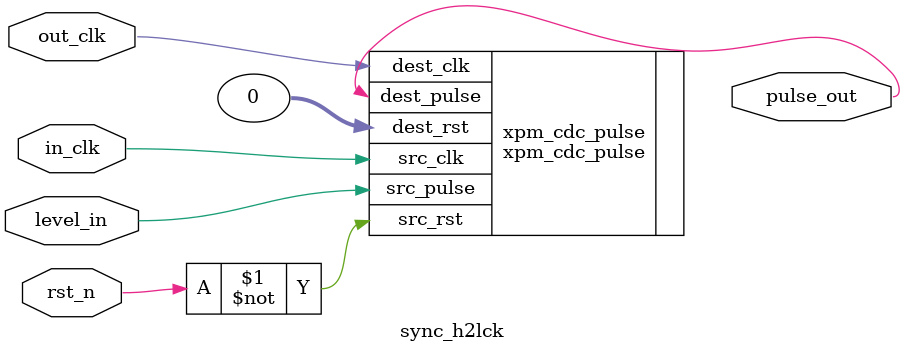
<source format=v>


module sync_h2lck (
    input wire  in_clk,
    input wire  out_clk,

    input wire  rst_n,

    input wire  level_in,

    output wire pulse_out
    );

   // xpm_cdc_pulse: Pulse Transfer
   // Xilinx Parameterized Macro, version 2020.2

    xpm_cdc_pulse #(
        .DEST_SYNC_FF(10),
        .INIT_SYNC_FF(1),
        .REG_OUTPUT(1),
        .RST_USED(1),
        .SIM_ASSERT_CHK(0)
    ) xpm_cdc_pulse (

        .src_clk(in_clk),
        .src_rst(~rst_n),
        .src_pulse(level_in),

        .dest_clk(out_clk),
        .dest_rst(0),
        .dest_pulse(pulse_out)
    );

endmodule
</source>
